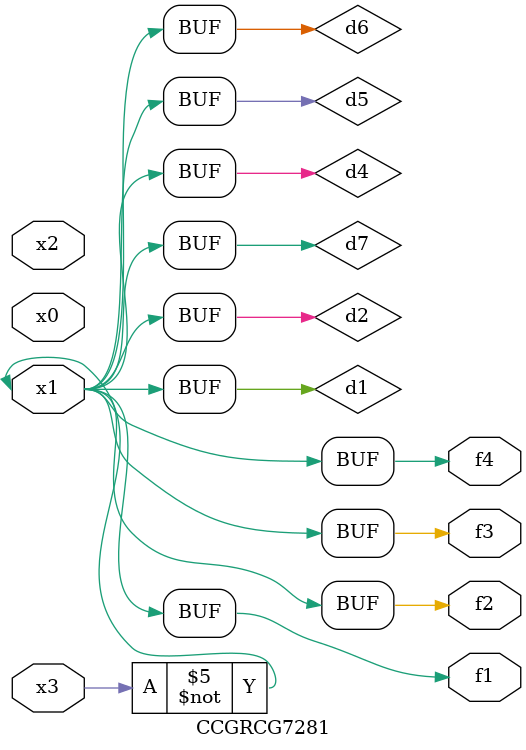
<source format=v>
module CCGRCG7281(
	input x0, x1, x2, x3,
	output f1, f2, f3, f4
);

	wire d1, d2, d3, d4, d5, d6, d7;

	not (d1, x3);
	buf (d2, x1);
	xnor (d3, d1, d2);
	nor (d4, d1);
	buf (d5, d1, d2);
	buf (d6, d4, d5);
	nand (d7, d4);
	assign f1 = d6;
	assign f2 = d7;
	assign f3 = d6;
	assign f4 = d6;
endmodule

</source>
